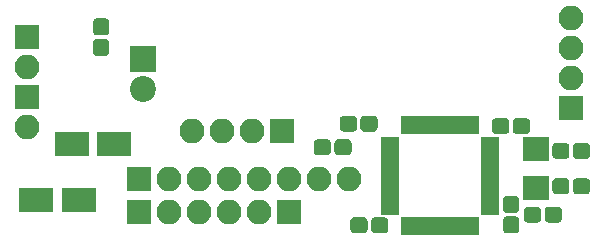
<source format=gbs>
G04 #@! TF.GenerationSoftware,KiCad,Pcbnew,(5.0.0-rc2-178-g3c7b91b96)*
G04 #@! TF.CreationDate,2018-10-30T10:49:57+01:00*
G04 #@! TF.ProjectId,pcb4,706362342E6B696361645F7063620000,1*
G04 #@! TF.SameCoordinates,Original*
G04 #@! TF.FileFunction,Soldermask,Bot*
G04 #@! TF.FilePolarity,Negative*
%FSLAX46Y46*%
G04 Gerber Fmt 4.6, Leading zero omitted, Abs format (unit mm)*
G04 Created by KiCad (PCBNEW (5.0.0-rc2-178-g3c7b91b96)) date 10/30/18 10:49:57*
%MOMM*%
%LPD*%
G01*
G04 APERTURE LIST*
%ADD10R,1.600000X1.000000*%
%ADD11R,1.000000X1.600000*%
%ADD12O,2.100000X2.100000*%
%ADD13R,2.100000X2.100000*%
%ADD14C,0.100000*%
%ADD15C,1.350000*%
%ADD16R,3.000000X2.000000*%
%ADD17R,2.200000X2.150000*%
%ADD18R,2.200000X2.200000*%
%ADD19C,2.200000*%
G04 APERTURE END LIST*
D10*
G04 #@! TO.C,U2*
X103380000Y-94580000D03*
X103380000Y-95380000D03*
X103380000Y-96180000D03*
X103380000Y-96980000D03*
X103380000Y-97780000D03*
X103380000Y-98580000D03*
X103380000Y-99380000D03*
X103380000Y-100180000D03*
D11*
X101930000Y-101630000D03*
X101130000Y-101630000D03*
X100330000Y-101630000D03*
X99530000Y-101630000D03*
X98730000Y-101630000D03*
X97930000Y-101630000D03*
X97130000Y-101630000D03*
X96330000Y-101630000D03*
D10*
X94880000Y-100180000D03*
X94880000Y-99380000D03*
X94880000Y-98580000D03*
X94880000Y-97780000D03*
X94880000Y-96980000D03*
X94880000Y-96180000D03*
X94880000Y-95380000D03*
X94880000Y-94580000D03*
D11*
X96330000Y-93130000D03*
X97130000Y-93130000D03*
X97930000Y-93130000D03*
X98730000Y-93130000D03*
X99530000Y-93130000D03*
X100330000Y-93130000D03*
X101130000Y-93130000D03*
X101930000Y-93130000D03*
G04 #@! TD*
D12*
G04 #@! TO.C,J7*
X78105000Y-93580000D03*
X80645000Y-93580000D03*
X83185000Y-93580000D03*
D13*
X85725000Y-93580000D03*
G04 #@! TD*
G04 #@! TO.C,J4*
X73660000Y-100470000D03*
D12*
X76200000Y-100470000D03*
X78740000Y-100470000D03*
X81280000Y-100470000D03*
G04 #@! TD*
D14*
G04 #@! TO.C,R17*
G36*
X93525581Y-92306625D02*
X93558343Y-92311485D01*
X93590471Y-92319533D01*
X93621656Y-92330691D01*
X93651596Y-92344852D01*
X93680005Y-92361879D01*
X93706608Y-92381609D01*
X93731149Y-92403851D01*
X93753391Y-92428392D01*
X93773121Y-92454995D01*
X93790148Y-92483404D01*
X93804309Y-92513344D01*
X93815467Y-92544529D01*
X93823515Y-92576657D01*
X93828375Y-92609419D01*
X93830000Y-92642500D01*
X93830000Y-93317500D01*
X93828375Y-93350581D01*
X93823515Y-93383343D01*
X93815467Y-93415471D01*
X93804309Y-93446656D01*
X93790148Y-93476596D01*
X93773121Y-93505005D01*
X93753391Y-93531608D01*
X93731149Y-93556149D01*
X93706608Y-93578391D01*
X93680005Y-93598121D01*
X93651596Y-93615148D01*
X93621656Y-93629309D01*
X93590471Y-93640467D01*
X93558343Y-93648515D01*
X93525581Y-93653375D01*
X93492500Y-93655000D01*
X92717500Y-93655000D01*
X92684419Y-93653375D01*
X92651657Y-93648515D01*
X92619529Y-93640467D01*
X92588344Y-93629309D01*
X92558404Y-93615148D01*
X92529995Y-93598121D01*
X92503392Y-93578391D01*
X92478851Y-93556149D01*
X92456609Y-93531608D01*
X92436879Y-93505005D01*
X92419852Y-93476596D01*
X92405691Y-93446656D01*
X92394533Y-93415471D01*
X92386485Y-93383343D01*
X92381625Y-93350581D01*
X92380000Y-93317500D01*
X92380000Y-92642500D01*
X92381625Y-92609419D01*
X92386485Y-92576657D01*
X92394533Y-92544529D01*
X92405691Y-92513344D01*
X92419852Y-92483404D01*
X92436879Y-92454995D01*
X92456609Y-92428392D01*
X92478851Y-92403851D01*
X92503392Y-92381609D01*
X92529995Y-92361879D01*
X92558404Y-92344852D01*
X92588344Y-92330691D01*
X92619529Y-92319533D01*
X92651657Y-92311485D01*
X92684419Y-92306625D01*
X92717500Y-92305000D01*
X93492500Y-92305000D01*
X93525581Y-92306625D01*
X93525581Y-92306625D01*
G37*
D15*
X93105000Y-92980000D03*
D14*
G36*
X91775581Y-92306625D02*
X91808343Y-92311485D01*
X91840471Y-92319533D01*
X91871656Y-92330691D01*
X91901596Y-92344852D01*
X91930005Y-92361879D01*
X91956608Y-92381609D01*
X91981149Y-92403851D01*
X92003391Y-92428392D01*
X92023121Y-92454995D01*
X92040148Y-92483404D01*
X92054309Y-92513344D01*
X92065467Y-92544529D01*
X92073515Y-92576657D01*
X92078375Y-92609419D01*
X92080000Y-92642500D01*
X92080000Y-93317500D01*
X92078375Y-93350581D01*
X92073515Y-93383343D01*
X92065467Y-93415471D01*
X92054309Y-93446656D01*
X92040148Y-93476596D01*
X92023121Y-93505005D01*
X92003391Y-93531608D01*
X91981149Y-93556149D01*
X91956608Y-93578391D01*
X91930005Y-93598121D01*
X91901596Y-93615148D01*
X91871656Y-93629309D01*
X91840471Y-93640467D01*
X91808343Y-93648515D01*
X91775581Y-93653375D01*
X91742500Y-93655000D01*
X90967500Y-93655000D01*
X90934419Y-93653375D01*
X90901657Y-93648515D01*
X90869529Y-93640467D01*
X90838344Y-93629309D01*
X90808404Y-93615148D01*
X90779995Y-93598121D01*
X90753392Y-93578391D01*
X90728851Y-93556149D01*
X90706609Y-93531608D01*
X90686879Y-93505005D01*
X90669852Y-93476596D01*
X90655691Y-93446656D01*
X90644533Y-93415471D01*
X90636485Y-93383343D01*
X90631625Y-93350581D01*
X90630000Y-93317500D01*
X90630000Y-92642500D01*
X90631625Y-92609419D01*
X90636485Y-92576657D01*
X90644533Y-92544529D01*
X90655691Y-92513344D01*
X90669852Y-92483404D01*
X90686879Y-92454995D01*
X90706609Y-92428392D01*
X90728851Y-92403851D01*
X90753392Y-92381609D01*
X90779995Y-92361879D01*
X90808404Y-92344852D01*
X90838344Y-92330691D01*
X90869529Y-92319533D01*
X90901657Y-92311485D01*
X90934419Y-92306625D01*
X90967500Y-92305000D01*
X91742500Y-92305000D01*
X91775581Y-92306625D01*
X91775581Y-92306625D01*
G37*
D15*
X91355000Y-92980000D03*
G04 #@! TD*
D14*
G04 #@! TO.C,R18*
G36*
X89575581Y-94306625D02*
X89608343Y-94311485D01*
X89640471Y-94319533D01*
X89671656Y-94330691D01*
X89701596Y-94344852D01*
X89730005Y-94361879D01*
X89756608Y-94381609D01*
X89781149Y-94403851D01*
X89803391Y-94428392D01*
X89823121Y-94454995D01*
X89840148Y-94483404D01*
X89854309Y-94513344D01*
X89865467Y-94544529D01*
X89873515Y-94576657D01*
X89878375Y-94609419D01*
X89880000Y-94642500D01*
X89880000Y-95317500D01*
X89878375Y-95350581D01*
X89873515Y-95383343D01*
X89865467Y-95415471D01*
X89854309Y-95446656D01*
X89840148Y-95476596D01*
X89823121Y-95505005D01*
X89803391Y-95531608D01*
X89781149Y-95556149D01*
X89756608Y-95578391D01*
X89730005Y-95598121D01*
X89701596Y-95615148D01*
X89671656Y-95629309D01*
X89640471Y-95640467D01*
X89608343Y-95648515D01*
X89575581Y-95653375D01*
X89542500Y-95655000D01*
X88767500Y-95655000D01*
X88734419Y-95653375D01*
X88701657Y-95648515D01*
X88669529Y-95640467D01*
X88638344Y-95629309D01*
X88608404Y-95615148D01*
X88579995Y-95598121D01*
X88553392Y-95578391D01*
X88528851Y-95556149D01*
X88506609Y-95531608D01*
X88486879Y-95505005D01*
X88469852Y-95476596D01*
X88455691Y-95446656D01*
X88444533Y-95415471D01*
X88436485Y-95383343D01*
X88431625Y-95350581D01*
X88430000Y-95317500D01*
X88430000Y-94642500D01*
X88431625Y-94609419D01*
X88436485Y-94576657D01*
X88444533Y-94544529D01*
X88455691Y-94513344D01*
X88469852Y-94483404D01*
X88486879Y-94454995D01*
X88506609Y-94428392D01*
X88528851Y-94403851D01*
X88553392Y-94381609D01*
X88579995Y-94361879D01*
X88608404Y-94344852D01*
X88638344Y-94330691D01*
X88669529Y-94319533D01*
X88701657Y-94311485D01*
X88734419Y-94306625D01*
X88767500Y-94305000D01*
X89542500Y-94305000D01*
X89575581Y-94306625D01*
X89575581Y-94306625D01*
G37*
D15*
X89155000Y-94980000D03*
D14*
G36*
X91325581Y-94306625D02*
X91358343Y-94311485D01*
X91390471Y-94319533D01*
X91421656Y-94330691D01*
X91451596Y-94344852D01*
X91480005Y-94361879D01*
X91506608Y-94381609D01*
X91531149Y-94403851D01*
X91553391Y-94428392D01*
X91573121Y-94454995D01*
X91590148Y-94483404D01*
X91604309Y-94513344D01*
X91615467Y-94544529D01*
X91623515Y-94576657D01*
X91628375Y-94609419D01*
X91630000Y-94642500D01*
X91630000Y-95317500D01*
X91628375Y-95350581D01*
X91623515Y-95383343D01*
X91615467Y-95415471D01*
X91604309Y-95446656D01*
X91590148Y-95476596D01*
X91573121Y-95505005D01*
X91553391Y-95531608D01*
X91531149Y-95556149D01*
X91506608Y-95578391D01*
X91480005Y-95598121D01*
X91451596Y-95615148D01*
X91421656Y-95629309D01*
X91390471Y-95640467D01*
X91358343Y-95648515D01*
X91325581Y-95653375D01*
X91292500Y-95655000D01*
X90517500Y-95655000D01*
X90484419Y-95653375D01*
X90451657Y-95648515D01*
X90419529Y-95640467D01*
X90388344Y-95629309D01*
X90358404Y-95615148D01*
X90329995Y-95598121D01*
X90303392Y-95578391D01*
X90278851Y-95556149D01*
X90256609Y-95531608D01*
X90236879Y-95505005D01*
X90219852Y-95476596D01*
X90205691Y-95446656D01*
X90194533Y-95415471D01*
X90186485Y-95383343D01*
X90181625Y-95350581D01*
X90180000Y-95317500D01*
X90180000Y-94642500D01*
X90181625Y-94609419D01*
X90186485Y-94576657D01*
X90194533Y-94544529D01*
X90205691Y-94513344D01*
X90219852Y-94483404D01*
X90236879Y-94454995D01*
X90256609Y-94428392D01*
X90278851Y-94403851D01*
X90303392Y-94381609D01*
X90329995Y-94361879D01*
X90358404Y-94344852D01*
X90388344Y-94330691D01*
X90419529Y-94319533D01*
X90451657Y-94311485D01*
X90484419Y-94306625D01*
X90517500Y-94305000D01*
X91292500Y-94305000D01*
X91325581Y-94306625D01*
X91325581Y-94306625D01*
G37*
D15*
X90905000Y-94980000D03*
G04 #@! TD*
D13*
G04 #@! TO.C,J1*
X64135000Y-85660000D03*
D12*
X64135000Y-88200000D03*
G04 #@! TD*
G04 #@! TO.C,J2*
X64135000Y-93280000D03*
D13*
X64135000Y-90740000D03*
G04 #@! TD*
G04 #@! TO.C,J5*
X86360000Y-100470000D03*
D12*
X83820000Y-100470000D03*
G04 #@! TD*
D13*
G04 #@! TO.C,J6*
X110230000Y-91680000D03*
D12*
X110230000Y-89140000D03*
X110230000Y-86600000D03*
X110230000Y-84060000D03*
G04 #@! TD*
D13*
G04 #@! TO.C,J3*
X73630000Y-97680000D03*
D12*
X76170000Y-97680000D03*
X78710000Y-97680000D03*
X81250000Y-97680000D03*
X83790000Y-97680000D03*
X86330000Y-97680000D03*
X88870000Y-97680000D03*
X91410000Y-97680000D03*
G04 #@! TD*
D16*
G04 #@! TO.C,C2*
X64930000Y-99480000D03*
X68530000Y-99480000D03*
G04 #@! TD*
G04 #@! TO.C,C1*
X67930000Y-94680000D03*
X71530000Y-94680000D03*
G04 #@! TD*
D14*
G04 #@! TO.C,C10*
G36*
X70800581Y-84061625D02*
X70833343Y-84066485D01*
X70865471Y-84074533D01*
X70896656Y-84085691D01*
X70926596Y-84099852D01*
X70955005Y-84116879D01*
X70981608Y-84136609D01*
X71006149Y-84158851D01*
X71028391Y-84183392D01*
X71048121Y-84209995D01*
X71065148Y-84238404D01*
X71079309Y-84268344D01*
X71090467Y-84299529D01*
X71098515Y-84331657D01*
X71103375Y-84364419D01*
X71105000Y-84397500D01*
X71105000Y-85172500D01*
X71103375Y-85205581D01*
X71098515Y-85238343D01*
X71090467Y-85270471D01*
X71079309Y-85301656D01*
X71065148Y-85331596D01*
X71048121Y-85360005D01*
X71028391Y-85386608D01*
X71006149Y-85411149D01*
X70981608Y-85433391D01*
X70955005Y-85453121D01*
X70926596Y-85470148D01*
X70896656Y-85484309D01*
X70865471Y-85495467D01*
X70833343Y-85503515D01*
X70800581Y-85508375D01*
X70767500Y-85510000D01*
X70092500Y-85510000D01*
X70059419Y-85508375D01*
X70026657Y-85503515D01*
X69994529Y-85495467D01*
X69963344Y-85484309D01*
X69933404Y-85470148D01*
X69904995Y-85453121D01*
X69878392Y-85433391D01*
X69853851Y-85411149D01*
X69831609Y-85386608D01*
X69811879Y-85360005D01*
X69794852Y-85331596D01*
X69780691Y-85301656D01*
X69769533Y-85270471D01*
X69761485Y-85238343D01*
X69756625Y-85205581D01*
X69755000Y-85172500D01*
X69755000Y-84397500D01*
X69756625Y-84364419D01*
X69761485Y-84331657D01*
X69769533Y-84299529D01*
X69780691Y-84268344D01*
X69794852Y-84238404D01*
X69811879Y-84209995D01*
X69831609Y-84183392D01*
X69853851Y-84158851D01*
X69878392Y-84136609D01*
X69904995Y-84116879D01*
X69933404Y-84099852D01*
X69963344Y-84085691D01*
X69994529Y-84074533D01*
X70026657Y-84066485D01*
X70059419Y-84061625D01*
X70092500Y-84060000D01*
X70767500Y-84060000D01*
X70800581Y-84061625D01*
X70800581Y-84061625D01*
G37*
D15*
X70430000Y-84785000D03*
D14*
G36*
X70800581Y-85811625D02*
X70833343Y-85816485D01*
X70865471Y-85824533D01*
X70896656Y-85835691D01*
X70926596Y-85849852D01*
X70955005Y-85866879D01*
X70981608Y-85886609D01*
X71006149Y-85908851D01*
X71028391Y-85933392D01*
X71048121Y-85959995D01*
X71065148Y-85988404D01*
X71079309Y-86018344D01*
X71090467Y-86049529D01*
X71098515Y-86081657D01*
X71103375Y-86114419D01*
X71105000Y-86147500D01*
X71105000Y-86922500D01*
X71103375Y-86955581D01*
X71098515Y-86988343D01*
X71090467Y-87020471D01*
X71079309Y-87051656D01*
X71065148Y-87081596D01*
X71048121Y-87110005D01*
X71028391Y-87136608D01*
X71006149Y-87161149D01*
X70981608Y-87183391D01*
X70955005Y-87203121D01*
X70926596Y-87220148D01*
X70896656Y-87234309D01*
X70865471Y-87245467D01*
X70833343Y-87253515D01*
X70800581Y-87258375D01*
X70767500Y-87260000D01*
X70092500Y-87260000D01*
X70059419Y-87258375D01*
X70026657Y-87253515D01*
X69994529Y-87245467D01*
X69963344Y-87234309D01*
X69933404Y-87220148D01*
X69904995Y-87203121D01*
X69878392Y-87183391D01*
X69853851Y-87161149D01*
X69831609Y-87136608D01*
X69811879Y-87110005D01*
X69794852Y-87081596D01*
X69780691Y-87051656D01*
X69769533Y-87020471D01*
X69761485Y-86988343D01*
X69756625Y-86955581D01*
X69755000Y-86922500D01*
X69755000Y-86147500D01*
X69756625Y-86114419D01*
X69761485Y-86081657D01*
X69769533Y-86049529D01*
X69780691Y-86018344D01*
X69794852Y-85988404D01*
X69811879Y-85959995D01*
X69831609Y-85933392D01*
X69853851Y-85908851D01*
X69878392Y-85886609D01*
X69904995Y-85866879D01*
X69933404Y-85849852D01*
X69963344Y-85835691D01*
X69994529Y-85824533D01*
X70026657Y-85816485D01*
X70059419Y-85811625D01*
X70092500Y-85810000D01*
X70767500Y-85810000D01*
X70800581Y-85811625D01*
X70800581Y-85811625D01*
G37*
D15*
X70430000Y-86535000D03*
G04 #@! TD*
D14*
G04 #@! TO.C,C8*
G36*
X111525581Y-97606625D02*
X111558343Y-97611485D01*
X111590471Y-97619533D01*
X111621656Y-97630691D01*
X111651596Y-97644852D01*
X111680005Y-97661879D01*
X111706608Y-97681609D01*
X111731149Y-97703851D01*
X111753391Y-97728392D01*
X111773121Y-97754995D01*
X111790148Y-97783404D01*
X111804309Y-97813344D01*
X111815467Y-97844529D01*
X111823515Y-97876657D01*
X111828375Y-97909419D01*
X111830000Y-97942500D01*
X111830000Y-98617500D01*
X111828375Y-98650581D01*
X111823515Y-98683343D01*
X111815467Y-98715471D01*
X111804309Y-98746656D01*
X111790148Y-98776596D01*
X111773121Y-98805005D01*
X111753391Y-98831608D01*
X111731149Y-98856149D01*
X111706608Y-98878391D01*
X111680005Y-98898121D01*
X111651596Y-98915148D01*
X111621656Y-98929309D01*
X111590471Y-98940467D01*
X111558343Y-98948515D01*
X111525581Y-98953375D01*
X111492500Y-98955000D01*
X110717500Y-98955000D01*
X110684419Y-98953375D01*
X110651657Y-98948515D01*
X110619529Y-98940467D01*
X110588344Y-98929309D01*
X110558404Y-98915148D01*
X110529995Y-98898121D01*
X110503392Y-98878391D01*
X110478851Y-98856149D01*
X110456609Y-98831608D01*
X110436879Y-98805005D01*
X110419852Y-98776596D01*
X110405691Y-98746656D01*
X110394533Y-98715471D01*
X110386485Y-98683343D01*
X110381625Y-98650581D01*
X110380000Y-98617500D01*
X110380000Y-97942500D01*
X110381625Y-97909419D01*
X110386485Y-97876657D01*
X110394533Y-97844529D01*
X110405691Y-97813344D01*
X110419852Y-97783404D01*
X110436879Y-97754995D01*
X110456609Y-97728392D01*
X110478851Y-97703851D01*
X110503392Y-97681609D01*
X110529995Y-97661879D01*
X110558404Y-97644852D01*
X110588344Y-97630691D01*
X110619529Y-97619533D01*
X110651657Y-97611485D01*
X110684419Y-97606625D01*
X110717500Y-97605000D01*
X111492500Y-97605000D01*
X111525581Y-97606625D01*
X111525581Y-97606625D01*
G37*
D15*
X111105000Y-98280000D03*
D14*
G36*
X109775581Y-97606625D02*
X109808343Y-97611485D01*
X109840471Y-97619533D01*
X109871656Y-97630691D01*
X109901596Y-97644852D01*
X109930005Y-97661879D01*
X109956608Y-97681609D01*
X109981149Y-97703851D01*
X110003391Y-97728392D01*
X110023121Y-97754995D01*
X110040148Y-97783404D01*
X110054309Y-97813344D01*
X110065467Y-97844529D01*
X110073515Y-97876657D01*
X110078375Y-97909419D01*
X110080000Y-97942500D01*
X110080000Y-98617500D01*
X110078375Y-98650581D01*
X110073515Y-98683343D01*
X110065467Y-98715471D01*
X110054309Y-98746656D01*
X110040148Y-98776596D01*
X110023121Y-98805005D01*
X110003391Y-98831608D01*
X109981149Y-98856149D01*
X109956608Y-98878391D01*
X109930005Y-98898121D01*
X109901596Y-98915148D01*
X109871656Y-98929309D01*
X109840471Y-98940467D01*
X109808343Y-98948515D01*
X109775581Y-98953375D01*
X109742500Y-98955000D01*
X108967500Y-98955000D01*
X108934419Y-98953375D01*
X108901657Y-98948515D01*
X108869529Y-98940467D01*
X108838344Y-98929309D01*
X108808404Y-98915148D01*
X108779995Y-98898121D01*
X108753392Y-98878391D01*
X108728851Y-98856149D01*
X108706609Y-98831608D01*
X108686879Y-98805005D01*
X108669852Y-98776596D01*
X108655691Y-98746656D01*
X108644533Y-98715471D01*
X108636485Y-98683343D01*
X108631625Y-98650581D01*
X108630000Y-98617500D01*
X108630000Y-97942500D01*
X108631625Y-97909419D01*
X108636485Y-97876657D01*
X108644533Y-97844529D01*
X108655691Y-97813344D01*
X108669852Y-97783404D01*
X108686879Y-97754995D01*
X108706609Y-97728392D01*
X108728851Y-97703851D01*
X108753392Y-97681609D01*
X108779995Y-97661879D01*
X108808404Y-97644852D01*
X108838344Y-97630691D01*
X108869529Y-97619533D01*
X108901657Y-97611485D01*
X108934419Y-97606625D01*
X108967500Y-97605000D01*
X109742500Y-97605000D01*
X109775581Y-97606625D01*
X109775581Y-97606625D01*
G37*
D15*
X109355000Y-98280000D03*
G04 #@! TD*
D14*
G04 #@! TO.C,C7*
G36*
X109775581Y-94606625D02*
X109808343Y-94611485D01*
X109840471Y-94619533D01*
X109871656Y-94630691D01*
X109901596Y-94644852D01*
X109930005Y-94661879D01*
X109956608Y-94681609D01*
X109981149Y-94703851D01*
X110003391Y-94728392D01*
X110023121Y-94754995D01*
X110040148Y-94783404D01*
X110054309Y-94813344D01*
X110065467Y-94844529D01*
X110073515Y-94876657D01*
X110078375Y-94909419D01*
X110080000Y-94942500D01*
X110080000Y-95617500D01*
X110078375Y-95650581D01*
X110073515Y-95683343D01*
X110065467Y-95715471D01*
X110054309Y-95746656D01*
X110040148Y-95776596D01*
X110023121Y-95805005D01*
X110003391Y-95831608D01*
X109981149Y-95856149D01*
X109956608Y-95878391D01*
X109930005Y-95898121D01*
X109901596Y-95915148D01*
X109871656Y-95929309D01*
X109840471Y-95940467D01*
X109808343Y-95948515D01*
X109775581Y-95953375D01*
X109742500Y-95955000D01*
X108967500Y-95955000D01*
X108934419Y-95953375D01*
X108901657Y-95948515D01*
X108869529Y-95940467D01*
X108838344Y-95929309D01*
X108808404Y-95915148D01*
X108779995Y-95898121D01*
X108753392Y-95878391D01*
X108728851Y-95856149D01*
X108706609Y-95831608D01*
X108686879Y-95805005D01*
X108669852Y-95776596D01*
X108655691Y-95746656D01*
X108644533Y-95715471D01*
X108636485Y-95683343D01*
X108631625Y-95650581D01*
X108630000Y-95617500D01*
X108630000Y-94942500D01*
X108631625Y-94909419D01*
X108636485Y-94876657D01*
X108644533Y-94844529D01*
X108655691Y-94813344D01*
X108669852Y-94783404D01*
X108686879Y-94754995D01*
X108706609Y-94728392D01*
X108728851Y-94703851D01*
X108753392Y-94681609D01*
X108779995Y-94661879D01*
X108808404Y-94644852D01*
X108838344Y-94630691D01*
X108869529Y-94619533D01*
X108901657Y-94611485D01*
X108934419Y-94606625D01*
X108967500Y-94605000D01*
X109742500Y-94605000D01*
X109775581Y-94606625D01*
X109775581Y-94606625D01*
G37*
D15*
X109355000Y-95280000D03*
D14*
G36*
X111525581Y-94606625D02*
X111558343Y-94611485D01*
X111590471Y-94619533D01*
X111621656Y-94630691D01*
X111651596Y-94644852D01*
X111680005Y-94661879D01*
X111706608Y-94681609D01*
X111731149Y-94703851D01*
X111753391Y-94728392D01*
X111773121Y-94754995D01*
X111790148Y-94783404D01*
X111804309Y-94813344D01*
X111815467Y-94844529D01*
X111823515Y-94876657D01*
X111828375Y-94909419D01*
X111830000Y-94942500D01*
X111830000Y-95617500D01*
X111828375Y-95650581D01*
X111823515Y-95683343D01*
X111815467Y-95715471D01*
X111804309Y-95746656D01*
X111790148Y-95776596D01*
X111773121Y-95805005D01*
X111753391Y-95831608D01*
X111731149Y-95856149D01*
X111706608Y-95878391D01*
X111680005Y-95898121D01*
X111651596Y-95915148D01*
X111621656Y-95929309D01*
X111590471Y-95940467D01*
X111558343Y-95948515D01*
X111525581Y-95953375D01*
X111492500Y-95955000D01*
X110717500Y-95955000D01*
X110684419Y-95953375D01*
X110651657Y-95948515D01*
X110619529Y-95940467D01*
X110588344Y-95929309D01*
X110558404Y-95915148D01*
X110529995Y-95898121D01*
X110503392Y-95878391D01*
X110478851Y-95856149D01*
X110456609Y-95831608D01*
X110436879Y-95805005D01*
X110419852Y-95776596D01*
X110405691Y-95746656D01*
X110394533Y-95715471D01*
X110386485Y-95683343D01*
X110381625Y-95650581D01*
X110380000Y-95617500D01*
X110380000Y-94942500D01*
X110381625Y-94909419D01*
X110386485Y-94876657D01*
X110394533Y-94844529D01*
X110405691Y-94813344D01*
X110419852Y-94783404D01*
X110436879Y-94754995D01*
X110456609Y-94728392D01*
X110478851Y-94703851D01*
X110503392Y-94681609D01*
X110529995Y-94661879D01*
X110558404Y-94644852D01*
X110588344Y-94630691D01*
X110619529Y-94619533D01*
X110651657Y-94611485D01*
X110684419Y-94606625D01*
X110717500Y-94605000D01*
X111492500Y-94605000D01*
X111525581Y-94606625D01*
X111525581Y-94606625D01*
G37*
D15*
X111105000Y-95280000D03*
G04 #@! TD*
D14*
G04 #@! TO.C,C5*
G36*
X105500581Y-100831625D02*
X105533343Y-100836485D01*
X105565471Y-100844533D01*
X105596656Y-100855691D01*
X105626596Y-100869852D01*
X105655005Y-100886879D01*
X105681608Y-100906609D01*
X105706149Y-100928851D01*
X105728391Y-100953392D01*
X105748121Y-100979995D01*
X105765148Y-101008404D01*
X105779309Y-101038344D01*
X105790467Y-101069529D01*
X105798515Y-101101657D01*
X105803375Y-101134419D01*
X105805000Y-101167500D01*
X105805000Y-101942500D01*
X105803375Y-101975581D01*
X105798515Y-102008343D01*
X105790467Y-102040471D01*
X105779309Y-102071656D01*
X105765148Y-102101596D01*
X105748121Y-102130005D01*
X105728391Y-102156608D01*
X105706149Y-102181149D01*
X105681608Y-102203391D01*
X105655005Y-102223121D01*
X105626596Y-102240148D01*
X105596656Y-102254309D01*
X105565471Y-102265467D01*
X105533343Y-102273515D01*
X105500581Y-102278375D01*
X105467500Y-102280000D01*
X104792500Y-102280000D01*
X104759419Y-102278375D01*
X104726657Y-102273515D01*
X104694529Y-102265467D01*
X104663344Y-102254309D01*
X104633404Y-102240148D01*
X104604995Y-102223121D01*
X104578392Y-102203391D01*
X104553851Y-102181149D01*
X104531609Y-102156608D01*
X104511879Y-102130005D01*
X104494852Y-102101596D01*
X104480691Y-102071656D01*
X104469533Y-102040471D01*
X104461485Y-102008343D01*
X104456625Y-101975581D01*
X104455000Y-101942500D01*
X104455000Y-101167500D01*
X104456625Y-101134419D01*
X104461485Y-101101657D01*
X104469533Y-101069529D01*
X104480691Y-101038344D01*
X104494852Y-101008404D01*
X104511879Y-100979995D01*
X104531609Y-100953392D01*
X104553851Y-100928851D01*
X104578392Y-100906609D01*
X104604995Y-100886879D01*
X104633404Y-100869852D01*
X104663344Y-100855691D01*
X104694529Y-100844533D01*
X104726657Y-100836485D01*
X104759419Y-100831625D01*
X104792500Y-100830000D01*
X105467500Y-100830000D01*
X105500581Y-100831625D01*
X105500581Y-100831625D01*
G37*
D15*
X105130000Y-101555000D03*
D14*
G36*
X105500581Y-99081625D02*
X105533343Y-99086485D01*
X105565471Y-99094533D01*
X105596656Y-99105691D01*
X105626596Y-99119852D01*
X105655005Y-99136879D01*
X105681608Y-99156609D01*
X105706149Y-99178851D01*
X105728391Y-99203392D01*
X105748121Y-99229995D01*
X105765148Y-99258404D01*
X105779309Y-99288344D01*
X105790467Y-99319529D01*
X105798515Y-99351657D01*
X105803375Y-99384419D01*
X105805000Y-99417500D01*
X105805000Y-100192500D01*
X105803375Y-100225581D01*
X105798515Y-100258343D01*
X105790467Y-100290471D01*
X105779309Y-100321656D01*
X105765148Y-100351596D01*
X105748121Y-100380005D01*
X105728391Y-100406608D01*
X105706149Y-100431149D01*
X105681608Y-100453391D01*
X105655005Y-100473121D01*
X105626596Y-100490148D01*
X105596656Y-100504309D01*
X105565471Y-100515467D01*
X105533343Y-100523515D01*
X105500581Y-100528375D01*
X105467500Y-100530000D01*
X104792500Y-100530000D01*
X104759419Y-100528375D01*
X104726657Y-100523515D01*
X104694529Y-100515467D01*
X104663344Y-100504309D01*
X104633404Y-100490148D01*
X104604995Y-100473121D01*
X104578392Y-100453391D01*
X104553851Y-100431149D01*
X104531609Y-100406608D01*
X104511879Y-100380005D01*
X104494852Y-100351596D01*
X104480691Y-100321656D01*
X104469533Y-100290471D01*
X104461485Y-100258343D01*
X104456625Y-100225581D01*
X104455000Y-100192500D01*
X104455000Y-99417500D01*
X104456625Y-99384419D01*
X104461485Y-99351657D01*
X104469533Y-99319529D01*
X104480691Y-99288344D01*
X104494852Y-99258404D01*
X104511879Y-99229995D01*
X104531609Y-99203392D01*
X104553851Y-99178851D01*
X104578392Y-99156609D01*
X104604995Y-99136879D01*
X104633404Y-99119852D01*
X104663344Y-99105691D01*
X104694529Y-99094533D01*
X104726657Y-99086485D01*
X104759419Y-99081625D01*
X104792500Y-99080000D01*
X105467500Y-99080000D01*
X105500581Y-99081625D01*
X105500581Y-99081625D01*
G37*
D15*
X105130000Y-99805000D03*
G04 #@! TD*
D14*
G04 #@! TO.C,C4*
G36*
X92675581Y-100906625D02*
X92708343Y-100911485D01*
X92740471Y-100919533D01*
X92771656Y-100930691D01*
X92801596Y-100944852D01*
X92830005Y-100961879D01*
X92856608Y-100981609D01*
X92881149Y-101003851D01*
X92903391Y-101028392D01*
X92923121Y-101054995D01*
X92940148Y-101083404D01*
X92954309Y-101113344D01*
X92965467Y-101144529D01*
X92973515Y-101176657D01*
X92978375Y-101209419D01*
X92980000Y-101242500D01*
X92980000Y-101917500D01*
X92978375Y-101950581D01*
X92973515Y-101983343D01*
X92965467Y-102015471D01*
X92954309Y-102046656D01*
X92940148Y-102076596D01*
X92923121Y-102105005D01*
X92903391Y-102131608D01*
X92881149Y-102156149D01*
X92856608Y-102178391D01*
X92830005Y-102198121D01*
X92801596Y-102215148D01*
X92771656Y-102229309D01*
X92740471Y-102240467D01*
X92708343Y-102248515D01*
X92675581Y-102253375D01*
X92642500Y-102255000D01*
X91867500Y-102255000D01*
X91834419Y-102253375D01*
X91801657Y-102248515D01*
X91769529Y-102240467D01*
X91738344Y-102229309D01*
X91708404Y-102215148D01*
X91679995Y-102198121D01*
X91653392Y-102178391D01*
X91628851Y-102156149D01*
X91606609Y-102131608D01*
X91586879Y-102105005D01*
X91569852Y-102076596D01*
X91555691Y-102046656D01*
X91544533Y-102015471D01*
X91536485Y-101983343D01*
X91531625Y-101950581D01*
X91530000Y-101917500D01*
X91530000Y-101242500D01*
X91531625Y-101209419D01*
X91536485Y-101176657D01*
X91544533Y-101144529D01*
X91555691Y-101113344D01*
X91569852Y-101083404D01*
X91586879Y-101054995D01*
X91606609Y-101028392D01*
X91628851Y-101003851D01*
X91653392Y-100981609D01*
X91679995Y-100961879D01*
X91708404Y-100944852D01*
X91738344Y-100930691D01*
X91769529Y-100919533D01*
X91801657Y-100911485D01*
X91834419Y-100906625D01*
X91867500Y-100905000D01*
X92642500Y-100905000D01*
X92675581Y-100906625D01*
X92675581Y-100906625D01*
G37*
D15*
X92255000Y-101580000D03*
D14*
G36*
X94425581Y-100906625D02*
X94458343Y-100911485D01*
X94490471Y-100919533D01*
X94521656Y-100930691D01*
X94551596Y-100944852D01*
X94580005Y-100961879D01*
X94606608Y-100981609D01*
X94631149Y-101003851D01*
X94653391Y-101028392D01*
X94673121Y-101054995D01*
X94690148Y-101083404D01*
X94704309Y-101113344D01*
X94715467Y-101144529D01*
X94723515Y-101176657D01*
X94728375Y-101209419D01*
X94730000Y-101242500D01*
X94730000Y-101917500D01*
X94728375Y-101950581D01*
X94723515Y-101983343D01*
X94715467Y-102015471D01*
X94704309Y-102046656D01*
X94690148Y-102076596D01*
X94673121Y-102105005D01*
X94653391Y-102131608D01*
X94631149Y-102156149D01*
X94606608Y-102178391D01*
X94580005Y-102198121D01*
X94551596Y-102215148D01*
X94521656Y-102229309D01*
X94490471Y-102240467D01*
X94458343Y-102248515D01*
X94425581Y-102253375D01*
X94392500Y-102255000D01*
X93617500Y-102255000D01*
X93584419Y-102253375D01*
X93551657Y-102248515D01*
X93519529Y-102240467D01*
X93488344Y-102229309D01*
X93458404Y-102215148D01*
X93429995Y-102198121D01*
X93403392Y-102178391D01*
X93378851Y-102156149D01*
X93356609Y-102131608D01*
X93336879Y-102105005D01*
X93319852Y-102076596D01*
X93305691Y-102046656D01*
X93294533Y-102015471D01*
X93286485Y-101983343D01*
X93281625Y-101950581D01*
X93280000Y-101917500D01*
X93280000Y-101242500D01*
X93281625Y-101209419D01*
X93286485Y-101176657D01*
X93294533Y-101144529D01*
X93305691Y-101113344D01*
X93319852Y-101083404D01*
X93336879Y-101054995D01*
X93356609Y-101028392D01*
X93378851Y-101003851D01*
X93403392Y-100981609D01*
X93429995Y-100961879D01*
X93458404Y-100944852D01*
X93488344Y-100930691D01*
X93519529Y-100919533D01*
X93551657Y-100911485D01*
X93584419Y-100906625D01*
X93617500Y-100905000D01*
X94392500Y-100905000D01*
X94425581Y-100906625D01*
X94425581Y-100906625D01*
G37*
D15*
X94005000Y-101580000D03*
G04 #@! TD*
D14*
G04 #@! TO.C,C3*
G36*
X106425581Y-92506625D02*
X106458343Y-92511485D01*
X106490471Y-92519533D01*
X106521656Y-92530691D01*
X106551596Y-92544852D01*
X106580005Y-92561879D01*
X106606608Y-92581609D01*
X106631149Y-92603851D01*
X106653391Y-92628392D01*
X106673121Y-92654995D01*
X106690148Y-92683404D01*
X106704309Y-92713344D01*
X106715467Y-92744529D01*
X106723515Y-92776657D01*
X106728375Y-92809419D01*
X106730000Y-92842500D01*
X106730000Y-93517500D01*
X106728375Y-93550581D01*
X106723515Y-93583343D01*
X106715467Y-93615471D01*
X106704309Y-93646656D01*
X106690148Y-93676596D01*
X106673121Y-93705005D01*
X106653391Y-93731608D01*
X106631149Y-93756149D01*
X106606608Y-93778391D01*
X106580005Y-93798121D01*
X106551596Y-93815148D01*
X106521656Y-93829309D01*
X106490471Y-93840467D01*
X106458343Y-93848515D01*
X106425581Y-93853375D01*
X106392500Y-93855000D01*
X105617500Y-93855000D01*
X105584419Y-93853375D01*
X105551657Y-93848515D01*
X105519529Y-93840467D01*
X105488344Y-93829309D01*
X105458404Y-93815148D01*
X105429995Y-93798121D01*
X105403392Y-93778391D01*
X105378851Y-93756149D01*
X105356609Y-93731608D01*
X105336879Y-93705005D01*
X105319852Y-93676596D01*
X105305691Y-93646656D01*
X105294533Y-93615471D01*
X105286485Y-93583343D01*
X105281625Y-93550581D01*
X105280000Y-93517500D01*
X105280000Y-92842500D01*
X105281625Y-92809419D01*
X105286485Y-92776657D01*
X105294533Y-92744529D01*
X105305691Y-92713344D01*
X105319852Y-92683404D01*
X105336879Y-92654995D01*
X105356609Y-92628392D01*
X105378851Y-92603851D01*
X105403392Y-92581609D01*
X105429995Y-92561879D01*
X105458404Y-92544852D01*
X105488344Y-92530691D01*
X105519529Y-92519533D01*
X105551657Y-92511485D01*
X105584419Y-92506625D01*
X105617500Y-92505000D01*
X106392500Y-92505000D01*
X106425581Y-92506625D01*
X106425581Y-92506625D01*
G37*
D15*
X106005000Y-93180000D03*
D14*
G36*
X104675581Y-92506625D02*
X104708343Y-92511485D01*
X104740471Y-92519533D01*
X104771656Y-92530691D01*
X104801596Y-92544852D01*
X104830005Y-92561879D01*
X104856608Y-92581609D01*
X104881149Y-92603851D01*
X104903391Y-92628392D01*
X104923121Y-92654995D01*
X104940148Y-92683404D01*
X104954309Y-92713344D01*
X104965467Y-92744529D01*
X104973515Y-92776657D01*
X104978375Y-92809419D01*
X104980000Y-92842500D01*
X104980000Y-93517500D01*
X104978375Y-93550581D01*
X104973515Y-93583343D01*
X104965467Y-93615471D01*
X104954309Y-93646656D01*
X104940148Y-93676596D01*
X104923121Y-93705005D01*
X104903391Y-93731608D01*
X104881149Y-93756149D01*
X104856608Y-93778391D01*
X104830005Y-93798121D01*
X104801596Y-93815148D01*
X104771656Y-93829309D01*
X104740471Y-93840467D01*
X104708343Y-93848515D01*
X104675581Y-93853375D01*
X104642500Y-93855000D01*
X103867500Y-93855000D01*
X103834419Y-93853375D01*
X103801657Y-93848515D01*
X103769529Y-93840467D01*
X103738344Y-93829309D01*
X103708404Y-93815148D01*
X103679995Y-93798121D01*
X103653392Y-93778391D01*
X103628851Y-93756149D01*
X103606609Y-93731608D01*
X103586879Y-93705005D01*
X103569852Y-93676596D01*
X103555691Y-93646656D01*
X103544533Y-93615471D01*
X103536485Y-93583343D01*
X103531625Y-93550581D01*
X103530000Y-93517500D01*
X103530000Y-92842500D01*
X103531625Y-92809419D01*
X103536485Y-92776657D01*
X103544533Y-92744529D01*
X103555691Y-92713344D01*
X103569852Y-92683404D01*
X103586879Y-92654995D01*
X103606609Y-92628392D01*
X103628851Y-92603851D01*
X103653392Y-92581609D01*
X103679995Y-92561879D01*
X103708404Y-92544852D01*
X103738344Y-92530691D01*
X103769529Y-92519533D01*
X103801657Y-92511485D01*
X103834419Y-92506625D01*
X103867500Y-92505000D01*
X104642500Y-92505000D01*
X104675581Y-92506625D01*
X104675581Y-92506625D01*
G37*
D15*
X104255000Y-93180000D03*
G04 #@! TD*
D17*
G04 #@! TO.C,Y1*
X107230000Y-95155000D03*
X107230000Y-98405000D03*
G04 #@! TD*
D14*
G04 #@! TO.C,L1*
G36*
X107375581Y-100006625D02*
X107408343Y-100011485D01*
X107440471Y-100019533D01*
X107471656Y-100030691D01*
X107501596Y-100044852D01*
X107530005Y-100061879D01*
X107556608Y-100081609D01*
X107581149Y-100103851D01*
X107603391Y-100128392D01*
X107623121Y-100154995D01*
X107640148Y-100183404D01*
X107654309Y-100213344D01*
X107665467Y-100244529D01*
X107673515Y-100276657D01*
X107678375Y-100309419D01*
X107680000Y-100342500D01*
X107680000Y-101017500D01*
X107678375Y-101050581D01*
X107673515Y-101083343D01*
X107665467Y-101115471D01*
X107654309Y-101146656D01*
X107640148Y-101176596D01*
X107623121Y-101205005D01*
X107603391Y-101231608D01*
X107581149Y-101256149D01*
X107556608Y-101278391D01*
X107530005Y-101298121D01*
X107501596Y-101315148D01*
X107471656Y-101329309D01*
X107440471Y-101340467D01*
X107408343Y-101348515D01*
X107375581Y-101353375D01*
X107342500Y-101355000D01*
X106567500Y-101355000D01*
X106534419Y-101353375D01*
X106501657Y-101348515D01*
X106469529Y-101340467D01*
X106438344Y-101329309D01*
X106408404Y-101315148D01*
X106379995Y-101298121D01*
X106353392Y-101278391D01*
X106328851Y-101256149D01*
X106306609Y-101231608D01*
X106286879Y-101205005D01*
X106269852Y-101176596D01*
X106255691Y-101146656D01*
X106244533Y-101115471D01*
X106236485Y-101083343D01*
X106231625Y-101050581D01*
X106230000Y-101017500D01*
X106230000Y-100342500D01*
X106231625Y-100309419D01*
X106236485Y-100276657D01*
X106244533Y-100244529D01*
X106255691Y-100213344D01*
X106269852Y-100183404D01*
X106286879Y-100154995D01*
X106306609Y-100128392D01*
X106328851Y-100103851D01*
X106353392Y-100081609D01*
X106379995Y-100061879D01*
X106408404Y-100044852D01*
X106438344Y-100030691D01*
X106469529Y-100019533D01*
X106501657Y-100011485D01*
X106534419Y-100006625D01*
X106567500Y-100005000D01*
X107342500Y-100005000D01*
X107375581Y-100006625D01*
X107375581Y-100006625D01*
G37*
D15*
X106955000Y-100680000D03*
D14*
G36*
X109125581Y-100006625D02*
X109158343Y-100011485D01*
X109190471Y-100019533D01*
X109221656Y-100030691D01*
X109251596Y-100044852D01*
X109280005Y-100061879D01*
X109306608Y-100081609D01*
X109331149Y-100103851D01*
X109353391Y-100128392D01*
X109373121Y-100154995D01*
X109390148Y-100183404D01*
X109404309Y-100213344D01*
X109415467Y-100244529D01*
X109423515Y-100276657D01*
X109428375Y-100309419D01*
X109430000Y-100342500D01*
X109430000Y-101017500D01*
X109428375Y-101050581D01*
X109423515Y-101083343D01*
X109415467Y-101115471D01*
X109404309Y-101146656D01*
X109390148Y-101176596D01*
X109373121Y-101205005D01*
X109353391Y-101231608D01*
X109331149Y-101256149D01*
X109306608Y-101278391D01*
X109280005Y-101298121D01*
X109251596Y-101315148D01*
X109221656Y-101329309D01*
X109190471Y-101340467D01*
X109158343Y-101348515D01*
X109125581Y-101353375D01*
X109092500Y-101355000D01*
X108317500Y-101355000D01*
X108284419Y-101353375D01*
X108251657Y-101348515D01*
X108219529Y-101340467D01*
X108188344Y-101329309D01*
X108158404Y-101315148D01*
X108129995Y-101298121D01*
X108103392Y-101278391D01*
X108078851Y-101256149D01*
X108056609Y-101231608D01*
X108036879Y-101205005D01*
X108019852Y-101176596D01*
X108005691Y-101146656D01*
X107994533Y-101115471D01*
X107986485Y-101083343D01*
X107981625Y-101050581D01*
X107980000Y-101017500D01*
X107980000Y-100342500D01*
X107981625Y-100309419D01*
X107986485Y-100276657D01*
X107994533Y-100244529D01*
X108005691Y-100213344D01*
X108019852Y-100183404D01*
X108036879Y-100154995D01*
X108056609Y-100128392D01*
X108078851Y-100103851D01*
X108103392Y-100081609D01*
X108129995Y-100061879D01*
X108158404Y-100044852D01*
X108188344Y-100030691D01*
X108219529Y-100019533D01*
X108251657Y-100011485D01*
X108284419Y-100006625D01*
X108317500Y-100005000D01*
X109092500Y-100005000D01*
X109125581Y-100006625D01*
X109125581Y-100006625D01*
G37*
D15*
X108705000Y-100680000D03*
G04 #@! TD*
D18*
G04 #@! TO.C,Q1*
X73930000Y-87480000D03*
D19*
X73930000Y-90020000D03*
G04 #@! TD*
M02*

</source>
